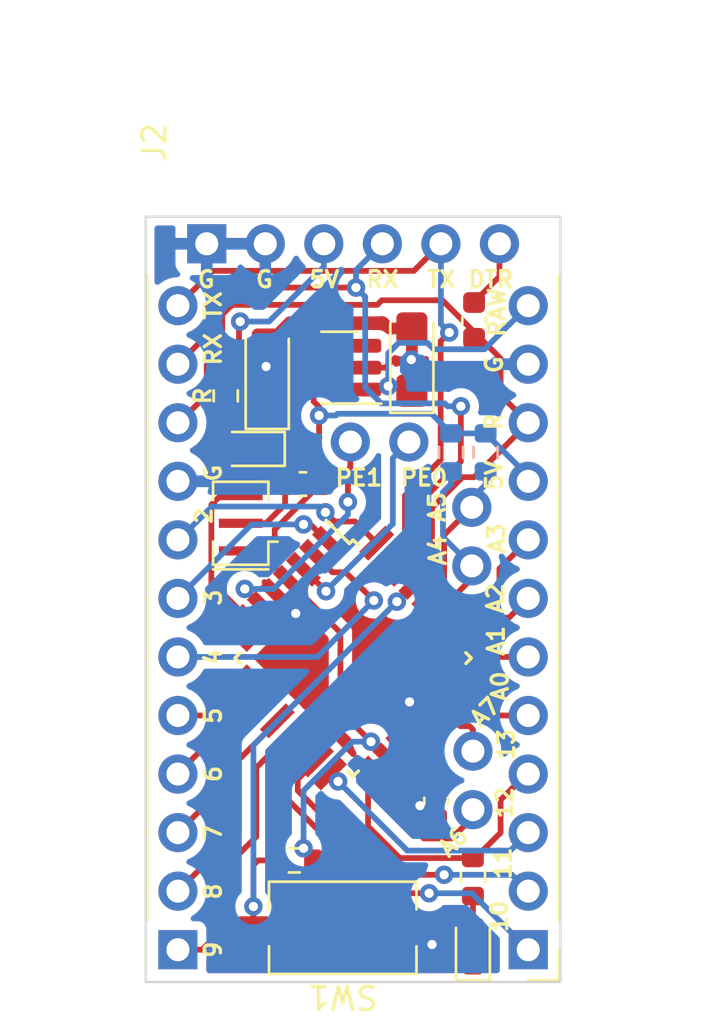
<source format=kicad_pcb>
(kicad_pcb (version 20211014) (generator pcbnew)
  (layers (0 "F.Cu" signal) (31 "B.Cu" signal) (34 "B.Paste" user) (35 "F.Paste" user) (36 "B.SilkS" user "B.Silkscreen") (37 "F.SilkS" user "F.Silkscreen") (38 "B.Mask" user) (39 "F.Mask" user) (44 "Edge.Cuts" user))
  (net 0 "")
  (net 1 "GNDD")
  (net 2 "Net-(C12-Pad2)")
  (net 3 "DTR")
  (net 4 "~{RESET}")
  (net 5 "RAW")
  (net 6 "+5VD")
  (net 7 "Net-(D10-Pad2)")
  (net 8 "Net-(D20-Pad2)")
  (net 9 "MISO")
  (net 10 "SCK")
  (net 11 "MOSI")
  (net 12 "TXD")
  (net 13 "RXD")
  (net 14 "D9")
  (net 15 "D8")
  (net 16 "D7")
  (net 17 "D6")
  (net 18 "D5")
  (net 19 "D4")
  (net 20 "D3")
  (net 21 "D2")
  (net 22 "D10")
  (net 23 "A0")
  (net 24 "A1")
  (net 25 "A2")
  (net 26 "A3")
  (net 27 "A4")
  (net 28 "A5")
  (net 29 "A6")
  (net 30 "A7")
  (net 31 "SDA1")
  (net 32 "SCL1")
  (net 33 "Net-(U1-Pad7)")
  (net 34 "Net-(U1-Pad8)")
  (footprint "Connector_PinHeader_2.54mm:PinHeader_1x06_P2.54mm_Horizontal" (layer "F.Cu") (at 173.25 93.625 90)
    (fp_text reference "J2" (at 4.385 -2.27 90) (layer "F.SilkS"))
    (fp_text value "Conn_01x06")
    (pad "1" thru_hole rect (at 0 0 90) (size 1.7 1.7) (drill 1) (layers *.Cu *.Mask) (net 1 "GNDD"))
    (pad "2" thru_hole oval (at 0 2.54 90) (size 1.7 1.7) (drill 1) (layers *.Cu *.Mask) (net 1 "GNDD"))
    (pad "3" thru_hole oval (at 0 5.08 90) (size 1.7 1.7) (drill 1) (layers *.Cu *.Mask) (net 6 "+5VD"))
    (pad "4" thru_hole oval (at 0 7.62 90) (size 1.7 1.7) (drill 1) (layers *.Cu *.Mask) (net 13 "RXD"))
    (pad "5" thru_hole oval (at 0 10.16 90) (size 1.7 1.7) (drill 1) (layers *.Cu *.Mask) (net 12 "TXD"))
    (pad "6" thru_hole oval (at 0 12.7 90) (size 1.7 1.7) (drill 1) (layers *.Cu *.Mask) (net 3 "DTR"))
  )
  (footprint "Resistor_SMD:R_0603_1608Metric" (layer "F.Cu") (at 177.05 120.375)
    (fp_text reference "R11" hide)
    (fp_text value "10K")
    (fp_line (start -0.237258 -0.5225) (end 0.237258 -0.5225) (layer "F.SilkS") (width 0.12))
    (fp_line (start -0.237258 0.5225) (end 0.237258 0.5225) (layer "F.SilkS") (width 0.12))
    (pad "1" smd roundrect (at -0.825 0) (size 0.8 0.95) (layers "F.Cu" "F.Paste" "F.Mask") (net 4 "~{RESET}"))
    (pad "2" smd roundrect (at 0.825 0) (size 0.8 0.95) (layers "F.Cu" "F.Paste" "F.Mask") (net 6 "+5VD"))
  )
  (footprint "Resistor_SMD:R_0603_1608Metric" (layer "F.Cu") (at 174.075 100.225 90)
    (fp_text reference "R20" hide)
    (fp_text value "10K")
    (fp_line (start -0.237258 -0.5225) (end 0.237258 -0.5225) (layer "F.SilkS") (width 0.12))
    (fp_line (start -0.237258 0.5225) (end 0.237258 0.5225) (layer "F.SilkS") (width 0.12))
    (pad "1" smd roundrect (at -0.825 0 90) (size 0.8 0.95) (layers "F.Cu" "F.Paste" "F.Mask") (net 8 "Net-(D20-Pad2)"))
    (pad "2" smd roundrect (at 0.825 0 90) (size 0.8 0.95) (layers "F.Cu" "F.Paste" "F.Mask") (net 6 "+5VD"))
  )
  (footprint "Connector_PinHeader_2.54mm:PinHeader_1x02_P2.54mm_Vertical" (layer "F.Cu") (at 184.75 107.6 180)
    (fp_text reference "J12" hide)
    (fp_text value "Conn_01x02_Female")
    (pad "1" thru_hole oval (at 0 0 180) (size 1.7 1.7) (drill 1) (layers *.Cu *.Mask) (net 27 "A4"))
    (pad "2" thru_hole oval (at 0 2.54 180) (size 1.7 1.7) (drill 1) (layers *.Cu *.Mask) (net 28 "A5"))
  )
  (footprint "Capacitor_SMD:C_0603_1608Metric" (layer "F.Cu") (at 183.2 117.8 90)
    (fp_text reference "C12" hide)
    (fp_text value "100nF")
    (fp_line (start -0.14058 0.51) (end 0.14058 0.51) (layer "F.SilkS") (width 0.12))
    (fp_line (start -0.14058 -0.51) (end 0.14058 -0.51) (layer "F.SilkS") (width 0.12))
    (pad "1" smd roundrect (at -0.775 0 90) (size 0.9 0.95) (layers "F.Cu" "F.Paste" "F.Mask") (net 1 "GNDD"))
    (pad "2" smd roundrect (at 0.775 0 90) (size 0.9 0.95) (layers "F.Cu" "F.Paste" "F.Mask") (net 2 "Net-(C12-Pad2)"))
  )
  (footprint "LED_SMD:LED_0603_1608Metric" (layer "F.Cu") (at 175.15 102.525 180)
    (fp_text reference "D20" hide)
    (fp_text value "RED_LED")
    (fp_line (start 0.8 -0.735) (end -1.485 -0.735) (layer "F.SilkS") (width 0.12))
    (fp_line (start -1.485 0.735) (end 0.8 0.735) (layer "F.SilkS") (width 0.12))
    (fp_line (start -1.485 -0.735) (end -1.485 0.735) (layer "F.SilkS") (width 0.12))
    (pad "1" smd roundrect (at -0.7875 0 180) (size 0.875 0.95) (layers "F.Cu" "F.Paste" "F.Mask") (net 1 "GNDD"))
    (pad "2" smd roundrect (at 0.7875 0 180) (size 0.875 0.95) (layers "F.Cu" "F.Paste" "F.Mask") (net 8 "Net-(D20-Pad2)"))
  )
  (footprint "Capacitor_Tantalum_SMD:CP_EIA-3216-18_Kemet-A" (layer "F.Cu") (at 175.875 99.35 90)
    (fp_text reference "C21" hide)
    (fp_text value "10uF")
    (fp_line (start 1.6 -0.935) (end -2.31 -0.935) (layer "F.SilkS") (width 0.12))
    (fp_line (start -2.31 -0.935) (end -2.31 0.935) (layer "F.SilkS") (width 0.12))
    (fp_line (start -2.31 0.935) (end 1.6 0.935) (layer "F.SilkS") (width 0.12))
    (pad "1" smd roundrect (at -1.35 0 90) (size 1.4 1.35) (layers "F.Cu" "F.Paste" "F.Mask") (roundrect_rratio 0.1851851852) (net 6 "+5VD"))
    (pad "2" smd roundrect (at 1.35 0 90) (size 1.4 1.35) (layers "F.Cu" "F.Paste" "F.Mask") (roundrect_rratio 0.1851851852) (net 1 "GNDD"))
  )
  (footprint "Resistor_SMD:R_0603_1608Metric" (layer "F.Cu") (at 184.8 121.1 90)
    (fp_text reference "R10" hide)
    (fp_text value "330R")
    (fp_line (start -0.237258 -0.5225) (end 0.237258 -0.5225) (layer "F.SilkS") (width 0.12))
    (fp_line (start -0.237258 0.5225) (end 0.237258 0.5225) (layer "F.SilkS") (width 0.12))
    (pad "1" smd roundrect (at -0.825 0 90) (size 0.8 0.95) (layers "F.Cu" "F.Paste" "F.Mask") (net 7 "Net-(D10-Pad2)"))
    (pad "2" smd roundrect (at 0.825 0 90) (size 0.8 0.95) (layers "F.Cu" "F.Paste" "F.Mask") (net 10 "SCK"))
  )
  (footprint "Connector_PinHeader_2.54mm:PinHeader_1x02_P2.54mm_Vertical" (layer "F.Cu") (at 182.02 102.225 -90)
    (fp_text reference "J14" hide)
    (fp_text value "Conn_01x02_Female")
    (pad "1" thru_hole oval (at 0 0 270) (size 1.7 1.7) (drill 1) (layers *.Cu *.Mask) (net 31 "SDA1"))
    (pad "2" thru_hole oval (at 0 2.54 270) (size 1.7 1.7) (drill 1) (layers *.Cu *.Mask) (net 32 "SCL1"))
  )
  (footprint "Crystal:Resonator_SMD_Murata_CSTxExxV-3Pin_3.0x1.1mm" (layer "F.Cu") (at 174.725 105.75 90)
    (fp_text reference "Y1" hide)
    (fp_text value "CSTNE16M0VH3L000R0")
    (fp_line (start -1.8 0.8) (end -1.8 -1.2) (layer "F.SilkS") (width 0.12))
    (fp_line (start -1.8 0.8) (end -1.8 1.2) (layer "F.SilkS") (width 0.12))
    (fp_line (start 1.8 -1.2) (end 1.8 0.8) (layer "F.SilkS") (width 0.12))
    (fp_line (start 1 -1.2) (end 1.8 -1.2) (layer "F.SilkS") (width 0.12))
    (fp_line (start -2 -1.2) (end -2 0.8) (layer "F.SilkS") (width 0.12))
    (fp_line (start -1.8 -1.2) (end -0.8 -1.2) (layer "F.SilkS") (width 0.12))
    (fp_line (start 1.8 0.8) (end 1.8 1.2) (layer "F.SilkS") (width 0.12))
    (fp_line (start 1.8 1.2) (end 1 1.2) (layer "F.SilkS") (width 0.12))
    (fp_line (start -2 0.8) (end -2 1.2) (layer "F.SilkS") (width 0.12))
    (fp_line (start -0.8 1.2) (end -0.8 1.6) (layer "F.SilkS") (width 0.12))
    (fp_line (start -0.8 1.2) (end -1.8 1.2) (layer "F.SilkS") (width 0.12))
    (pad "1" smd rect (at -1.2 0 90) (size 0.4 1.9) (layers "F.Cu" "F.Paste" "F.Mask") (net 33 "Net-(U1-Pad7)"))
    (pad "2" smd rect (at 0 0 90) (size 0.4 1.9) (layers "F.Cu" "F.Paste" "F.Mask") (net 1 "GNDD"))
    (pad "3" smd rect (at 1.2 0 90) (size 0.4 1.9) (layers "F.Cu" "F.Paste" "F.Mask") (net 34 "Net-(U1-Pad8)"))
  )
  (footprint "Capacitor_SMD:C_0603_1608Metric" (layer "F.Cu") (at 177.425 104.05)
    (fp_text reference "C10" hide)
    (fp_text value "100nF")
    (fp_line (start -0.14058 -0.51) (end 0.14058 -0.51) (layer "F.SilkS") (width 0.12))
    (fp_line (start -0.14058 0.51) (end 0.14058 0.51) (layer "F.SilkS") (width 0.12))
    (pad "1" smd roundrect (at -0.775 0) (size 0.9 0.95) (layers "F.Cu" "F.Paste" "F.Mask") (net 1 "GNDD"))
    (pad "2" smd roundrect (at 0.775 0) (size 0.9 0.95) (layers "F.Cu" "F.Paste" "F.Mask") (net 6 "+5VD"))
  )
  (footprint "Capacitor_SMD:C_0603_1608Metric" (layer "F.Cu") (at 184.85 96.95 -90)
    (fp_text reference "C13" hide)
    (fp_text value "100nF")
    (fp_line (start -0.14058 -0.51) (end 0.14058 -0.51) (layer "F.SilkS") (width 0.12))
    (fp_line (start -0.14058 0.51) (end 0.14058 0.51) (layer "F.SilkS") (width 0.12))
    (pad "1" smd roundrect (at -0.775 0 270) (size 0.9 0.95) (layers "F.Cu" "F.Paste" "F.Mask") (net 3 "DTR"))
    (pad "2" smd roundrect (at 0.775 0 270) (size 0.9 0.95) (layers "F.Cu" "F.Paste" "F.Mask") (net 4 "~{RESET}"))
  )
  (footprint "Connector_PinHeader_2.54mm:PinHeader_1x02_P2.54mm_Vertical" (layer "F.Cu") (at 184.8 118.175 180)
    (fp_text reference "J13" hide)
    (fp_text value "Conn_01x02_Female")
    (pad "1" thru_hole oval (at 0 0 180) (size 1.7 1.7) (drill 1) (layers *.Cu *.Mask) (net 29 "A6"))
    (pad "2" thru_hole oval (at 0 2.54 180) (size 1.7 1.7) (drill 1) (layers *.Cu *.Mask) (net 30 "A7"))
  )
  (footprint "Package_TO_SOT_SMD:SOT-23-5" (layer "F.Cu") (at 179.025 99 180)
    (fp_text reference "U20" hide)
    (fp_text value "MIC5205-5.0YM5")
    (fp_line (start 0 -1.56) (end -1.8 -1.56) (layer "F.SilkS") (width 0.12))
    (fp_line (start 0 1.56) (end 0.8 1.56) (layer "F.SilkS") (width 0.12))
    (fp_line (start 0 1.56) (end -0.8 1.56) (layer "F.SilkS") (width 0.12))
    (fp_line (start 0 -1.56) (end 0.8 -1.56) (layer "F.SilkS") (width 0.12))
    (pad "1" smd roundrect (at -1.1375 -0.95 180) (size 1.325 0.6) (layers "F.Cu" "F.Paste" "F.Mask") (net 5 "RAW"))
    (pad "2" smd roundrect (at -1.1375 0 180) (size 1.325 0.6) (layers "F.Cu" "F.Paste" "F.Mask") (net 1 "GNDD"))
    (pad "3" smd roundrect (at -1.1375 0.95 180) (size 1.325 0.6) (layers "F.Cu" "F.Paste" "F.Mask") (net 5 "RAW"))
    (pad "4" smd roundrect (at 1.1375 0.95 180) (size 1.325 0.6) (layers "F.Cu" "F.Paste" "F.Mask"))
    (pad "5" smd roundrect (at 1.1375 -0.95 180) (size 1.325 0.6) (layers "F.Cu" "F.Paste" "F.Mask") (net 6 "+5VD"))
  )
  (footprint "LED_SMD:LED_0603_1608Metric" (layer "F.Cu") (at 184.8 124.1 90)
    (fp_text reference "D10" hide)
    (fp_text value "GRN_LED")
    (fp_line (start 0.8 -0.735) (end -1.485 -0.735) (layer "F.SilkS") (width 0.12))
    (fp_line (start -1.485 0.735) (end 0.8 0.735) (layer "F.SilkS") (width 0.12))
    (fp_line (start -1.485 -0.735) (end -1.485 0.735) (layer "F.SilkS") (width 0.12))
    (pad "1" smd roundrect (at -0.7875 0 90) (size 0.875 0.95) (layers "F.Cu" "F.Paste" "F.Mask") (net 1 "GNDD"))
    (pad "2" smd roundrect (at 0.7875 0 90) (size 0.875 0.95) (layers "F.Cu" "F.Paste" "F.Mask") (net 7 "Net-(D10-Pad2)"))
  )
  (footprint "Connector_PinHeader_2.54mm:PinHeader_1x12_P2.54mm_Vertical" (layer "F.Cu") (at 172 124.25 180)
    (fp_text reference "J10" hide)
    (fp_text value "Conn_01x12_Female")
    (fp_line (start 1.33 1.27) (end 1.33 29.27) (layer "F.SilkS") (width 0.12))
    (pad "1" thru_hole rect (at 0 0 180) (size 1.7 1.7) (drill 1) (layers *.Cu *.Mask) (net 14 "D9"))
    (pad "2" thru_hole oval (at 0 2.54 180) (size 1.7 1.7) (drill 1) (layers *.Cu *.Mask) (net 15 "D8"))
    (pad "3" thru_hole oval (at 0 5.08 180) (size 1.7 1.7) (drill 1) (layers *.Cu *.Mask) (net 16 "D7"))
    (pad "4" thru_hole oval (at 0 7.62 180) (size 1.7 1.7) (drill 1) (layers *.Cu *.Mask) (net 17 "D6"))
    (pad "5" thru_hole oval (at 0 10.16 180) (size 1.7 1.7) (drill 1) (layers *.Cu *.Mask) (net 18 "D5"))
    (pad "6" thru_hole oval (at 0 12.7 180) (size 1.7 1.7) (drill 1) (layers *.Cu *.Mask) (net 19 "D4"))
    (pad "7" thru_hole oval (at 0 15.24 180) (size 1.7 1.7) (drill 1) (layers *.Cu *.Mask) (net 20 "D3"))
    (pad "8" thru_hole oval (at 0 17.78 180) (size 1.7 1.7) (drill 1) (layers *.Cu *.Mask) (net 21 "D2"))
    (pad "9" thru_hole oval (at 0 20.32 180) (size 1.7 1.7) (drill 1) (layers *.Cu *.Mask) (net 1 "GNDD"))
    (pad "10" thru_hole oval (at 0 22.86 180) (size 1.7 1.7) (drill 1) (layers *.Cu *.Mask) (net 4 "~{RESET}"))
    (pad "11" thru_hole oval (at 0 25.4 180) (size 1.7 1.7) (drill 1) (layers *.Cu *.Mask) (net 13 "RXD"))
    (pad "12" thru_hole oval (at 0 27.94 180) (size 1.7 1.7) (drill 1) (layers *.Cu *.Mask) (net 12 "TXD"))
  )
  (footprint "Package_QFP:TQFP-32_7x7mm_P0.8mm" (layer "F.Cu") (at 179.6 111.6 -45)
    (fp_text reference "U1" hide)
    (fp_text value "ATMEGA328PB-AU")
    (fp_line (start -3.625 3.625) (end -3.625 3.3) (layer "F.SilkS") (width 0.15))
    (fp_line (start -3.625 -3.625) (end -3.3 -3.625) (layer "F.SilkS") (width 0.15))
    (fp_line (start -3.625 3.625) (end -3.3 3.625) (layer "F.SilkS") (width 0.15))
    (fp_line (start -3.625 -3.625) (end -3.625 -3.4) (layer "F.SilkS") (width 0.15))
    (fp_line (start 3.625 3.625) (end 3.3 3.625) (layer "F.SilkS") (width 0.15))
    (fp_line (start 3.625 -3.625) (end 3.625 -3.3) (layer "F.SilkS") (width 0.15))
    (fp_line (start -3.625 -3.4) (end -5.05 -3.4) (layer "F.SilkS") (width 0.15))
    (fp_line (start 3.625 3.625) (end 3.625 3.3) (layer "F.SilkS") (width 0.15))
    (fp_line (start 3.625 -3.625) (end 3.3 -3.625) (layer "F.SilkS") (width 0.15))
    (pad "1" smd rect (at -4.25 -2.8 315) (size 1.6 0.55) (layers "F.Cu" "F.Paste" "F.Mask") (net 20 "D3"))
    (pad "2" smd rect (at -4.25 -2 315) (size 1.6 0.55) (layers "F.Cu" "F.Paste" "F.Mask") (net 19 "D4"))
    (pad "3" smd rect (at -4.25 -1.2 315) (size 1.6 0.55) (layers "F.Cu" "F.Paste" "F.Mask") (net 31 "SDA1"))
    (pad "4" smd rect (at -4.25 -0.4 315) (size 1.6 0.55) (layers "F.Cu" "F.Paste" "F.Mask") (net 6 "+5VD"))
    (pad "5" smd rect (at -4.25 0.4 315) (size 1.6 0.55) (layers "F.Cu" "F.Paste" "F.Mask") (net 1 "GNDD"))
    (pad "6" smd rect (at -4.25 1.2 315) (size 1.6 0.55) (layers "F.Cu" "F.Paste" "F.Mask") (net 32 "SCL1"))
    (pad "7" smd rect (at -4.25 2 315) (size 1.6 0.55) (layers "F.Cu" "F.Paste" "F.Mask") (net 33 "Net-(U1-Pad7)"))
    (pad "8" smd rect (at -4.25 2.8 315) (size 1.6 0.55) (layers "F.Cu" "F.Paste" "F.Mask") (net 34 "Net-(U1-Pad8)"))
    (pad "9" smd rect (at -2.8 4.25 45) (size 1.6 0.55) (layers "F.Cu" "F.Paste" "F.Mask") (net 18 "D5"))
    (pad "10" smd rect (at -2 4.25 45) (size 1.6 0.55) (layers "F.Cu" "F.Paste" "F.Mask") (net 17 "D6"))
    (pad "11" smd rect (at -1.2 4.25 45) (size 1.6 0.55) (layers "F.Cu" "F.Paste" "F.Mask") (net 16 "D7"))
    (pad "12" smd rect (at -0.4 4.25 45) (size 1.6 0.55) (layers "F.Cu" "F.Paste" "F.Mask") (net 15 "D8"))
    (pad "13" smd rect (at 0.4 4.25 45) (size 1.6 0.55) (layers "F.Cu" "F.Paste" "F.Mask") (net 14 "D9"))
    (pad "14" smd rect (at 1.2 4.25 45) (size 1.6 0.55) (layers "F.Cu" "F.Paste" "F.Mask") (net 22 "D10"))
    (pad "15" smd rect (at 2 4.25 45) (size 1.6 0.55) (layers "F.Cu" "F.Paste" "F.Mask") (net 11 "MOSI"))
    (pad "16" smd rect (at 2.8 4.25 45) (size 1.6 0.55) (layers "F.Cu" "F.Paste" "F.Mask") (net 9 "MISO"))
    (pad "17" smd rect (at 4.25 2.8 315) (size 1.6 0.55) (layers "F.Cu" "F.Paste" "F.Mask") (net 10 "SCK"))
    (pad "18" smd rect (at 4.25 2 315) (size 1.6 0.55) (layers "F.Cu" "F.Paste" "F.Mask") (net 6 "+5VD"))
    (pad "19" smd rect (at 4.25 1.2 315) (size 1.6 0.55) (layers "F.Cu" "F.Paste" "F.Mask") (net 29 "A6"))
    (pad "20" smd rect (at 4.25 0.4 315) (size 1.6 0.55) (layers "F.Cu" "F.Paste" "F.Mask") (net 2 "Net-(C12-Pad2)"))
    (pad "21" smd rect (at 4.25 -0.4 315) (size 1.6 0.55) (layers "F.Cu" "F.Paste" "F.Mask") (net 1 "GNDD"))
    (pad "22" smd rect (at 4.25 -1.2 315) (size 1.6 0.55) (layers "F.Cu" "F.Paste" "F.Mask") (net 30 "A7"))
    (pad "23" smd rect (at 4.25 -2 315) (size 1.6 0.55) (layers "F.Cu" "F.Paste" "F.Mask") (net 23 "A0"))
    (pad "24" smd rect (at 4.25 -2.8 315) (size 1.6 0.55) (layers "F.Cu" "F.Paste" "F.Mask") (net 24 "A1"))
    (pad "25" smd rect (at 2.8 -4.25 45) (size 1.6 0.55) (layers "F.Cu" "F.Paste" "F.Mask") (net 25 "A2"))
    (pad "26" smd rect (at 2 -4.25 45) (size 1.6 0.55) (layers "F.Cu" "F.Paste" "F.Mask") (net 26 "A3"))
    (pad "27" smd rect (at 1.2 -4.25 45) (size 1.6 0.55) (layers "F.Cu" "F.Paste" "F.Mask") (net 27 "A4"))
    (pad "28" smd rect (at 0.4 -4.25 45) (size 1.6 0.55) (layers "F.Cu" "F.Paste" "F.Mask") (net 28 "A5"))
    (pad "29" smd rect (at -0.4 -4.25 45) (size 1.6 0.55) (layers "F.Cu" "F.Paste" "F.Mask") (net 4 "~{RESET}"))
    (pad "30" smd rect (at -1.2 -4.25 45) (size 1.6 0.55) (layers "F.Cu" "F.Paste" "F.Mask") (net 13 "RXD"))
    (pad "31" smd rect (at -2 -4.25 45) (size 1.6 0.55) (layers "F.Cu" "F.Paste" "F.Mask") (net 12 "TXD"))
    (pad "32" smd rect (at -2.8 -4.25 45) (size 1.6 0.55) (layers "F.Cu" "F.Paste" "F.Mask") (net 21 "D2"))
  )
  (footprint "Button_Switch_SMD:SW_Tactile_SPST_NO_Straight_CK_PTS636Sx25SMTRLFS" (layer "F.Cu") (at 179.15 123.3 180)
    (fp_text reference "SW1" (at 0 -3 180 unlocked) (layer "F.SilkS"))
    (fp_text value "SW_SPST")
    (fp_line (start -3.2 2) (end 3.2 2) (layer "F.SilkS") (width 0.12))
    (fp_line (start -3.2 -2) (end -3.2 -0.8) (layer "F.SilkS") (width 0.12))
    (fp_line (start 3.2 2) (end 3.2 0.8) (layer "F.SilkS") (width 0.12))
    (fp_line (start -3.2 0.8) (end -3.2 2) (layer "F.SilkS") (width 0.12))
    (fp_line (start 3.2 -2) (end -3.2 -2) (layer "F.SilkS") (width 0.12))
    (fp_line (start 3.2 -0.8) (end 3.2 -2) (layer "F.SilkS") (width 0.12))
    (pad "1" smd rect (at -3.875 0 180) (size 1.25 1) (layers "F.Cu" "F.Paste" "F.Mask") (net 1 "GNDD"))
    (pad "2" smd rect (at 3.875 0 180) (size 1.25 1) (layers "F.Cu" "F.Paste" "F.Mask") (net 4 "~{RESET}"))
  )
  (footprint "Connector_PinHeader_2.54mm:PinHeader_1x12_P2.54mm_Vertical" (layer "F.Cu") (at 187.2 124.25 180)
    (fp_text reference "J11" hide)
    (fp_text value "Conn_01x12_Female")
    (fp_line (start -1.33 0) (end -1.33 -1.33) (layer "F.SilkS") (width 0.12))
    (fp_line (start -1.33 -1.33) (end 0 -1.33) (layer "F.SilkS") (width 0.12))
    (fp_line (start -1.33 1.27) (end -1.33 29.27) (layer "F.SilkS") (width 0.12))
    (pad "1" thru_hole rect (at 0 0 180) (size 1.7 1.7) (drill 1) (layers *.Cu *.Mask) (net 22 "D10"))
    (pad "2" thru_hole oval (at 0 2.54 180) (size 1.7 1.7) (drill 1) (layers *.Cu *.Mask) (net 11 "MOSI"))
    (pad "3" thru_hole oval (at 0 5.08 180) (size 1.7 1.7) (drill 1) (layers *.Cu *.Mask) (net 9 "MISO"))
    (pad "4" thru_hole oval (at 0 7.62 180) (size 1.7 1.7) (drill 1) (layers *.Cu *.Mask) (net 10 "SCK"))
    (pad "5" thru_hole oval (at 0 10.16 180) (size 1.7 1.7) (drill 1) (layers *.Cu *.Mask) (net 23 "A0"))
    (pad "6" thru_hole oval (at 0 12.7 180) (size 1.7 1.7) (drill 1) (layers *.Cu *.Mask) (net 24 "A1"))
    (pad "7" thru_hole oval (at 0 15.24 180) (size 1.7 1.7) (drill 1) (layers *.Cu *.Mask) (net 25 "A2"))
    (pad "8" thru_hole oval (at 0 17.78 180) (size 1.7 1.7) (drill 1) (layers *.Cu *.Mask) (net 26 "A3"))
    (pad "9" thru_hole oval (at 0 20.32 180) (size 1.7 1.7) (drill 1) (layers *.Cu *.Mask) (net 6 "+5VD"))
    (pad "10" thru_hole oval (at 0 22.86 180) (size 1.7 1.7) (drill 1) (layers *.Cu *.Mask) (net 4 "~{RESET}"))
    (pad "11" thru_hole oval (at 0 25.4 180) (size 1.7 1.7) (drill 1) (layers *.Cu *.Mask) (net 1 "GNDD"))
    (pad "12" thru_hole oval (at 0 27.94 180) (size 1.7 1.7) (drill 1) (layers *.Cu *.Mask) (net 5 "RAW"))
  )
  (footprint "Capacitor_Tantalum_SMD:CP_EIA-3216-18_Kemet-A" (layer "F.Cu") (at 182.15 98.65 90)
    (fp_text reference "C20" hide)
    (fp_text value "10uF")
    (fp_line (start -2.31 0.935) (end 1.6 0.935) (layer "F.SilkS") (width 0.12))
    (fp_line (start 1.6 -0.935) (end -2.31 -0.935) (layer "F.SilkS") (width 0.12))
    (fp_line (start -2.31 -0.935) (end -2.31 0.935) (layer "F.SilkS") (width 0.12))
    (pad "1" smd roundrect (at -1.35 0 90) (size 1.4 1.35) (layers "F.Cu" "F.Paste" "F.Mask") (roundrect_rratio 0.1851851852) (net 5 "RAW"))
    (pad "2" smd roundrect (at 1.35 0 90) (size 1.4 1.35) (layers "F.Cu" "F.Paste" "F.Mask") (roundrect_rratio 0.1851851852) (net 1 "GNDD"))
  )
  (footprint "Resistor_SMD:R_0603_1608Metric" (layer "B.Cu") (at 185.35 102.675 90)
    (fp_text reference "R13" hide)
    (fp_text value "NM")
    (fp_line (start -0.237258 -0.5225) (end 0.237258 -0.5225) (layer "B.SilkS") (width 0.12))
    (fp_line (start -0.237258 0.5225) (end 0.237258 0.5225) (layer "B.SilkS") (width 0.12))
    (pad "1" smd roundrect (at -0.825 0 90) (size 0.8 0.95) (layers "B.Cu" "B.Paste" "B.Mask") (net 28 "A5"))
    (pad "2" smd roundrect (at 0.825 0 90) (size 0.8 0.95) (layers "B.Cu" "B.Paste" "B.Mask") (net 6 "+5VD"))
  )
  (footprint "Resistor_SMD:R_0603_1608Metric" (layer "B.Cu") (at 183.85 102.675 90)
    (fp_text reference "R12" hide)
    (fp_text value "NM")
    (fp_line (start -0.237258 0.5225) (end 0.237258 0.5225) (layer "B.SilkS") (width 0.12))
    (fp_line (start -0.237258 -0.5225) (end 0.237258 -0.5225) (layer "B.SilkS") (width 0.12))
    (pad "1" smd roundrect (at -0.825 0 90) (size 0.8 0.95) (layers "B.Cu" "B.Paste" "B.Mask") (net 27 "A4"))
    (pad "2" smd roundrect (at 0.825 0 90) (size 0.8 0.95) (layers "B.Cu" "B.Paste" "B.Mask") (net 6 "+5VD"))
  )
  (gr_rect (start 170.6 92.45) (end 188.6 125.65) (layer "Edge.Cuts") (width 0.1) (fill none))
  (gr_text "TX" (at 183.425 95.175) (layer "F.SilkS") (effects (font (size 0.7 0.7))))
  (gr_text "TX" (at 173.525 96.3 90) (layer "F.SilkS") (effects (font (size 0.7 0.7))))
  (gr_text "9" (at 173.525 124.25 90) (layer "F.SilkS") (effects (font (size 0.7 0.7))))
  (gr_text "10" (at 185.95 122.8 90) (layer "F.SilkS") (effects (font (size 0.7 0.7))))
  (gr_text "A1" (at 185.8 110.85 90) (layer "F.SilkS") (effects (font (size 0.7 0.7))))
  (gr_text "13" (at 186.25 115.35 90) (layer "F.SilkS") (effects (font (size 0.7 0.7))))
  (gr_text "A6" (at 183.95 119.575 45) (layer "F.SilkS") (effects (font (size 0.7 0.7))))
  (gr_text "PE0" (at 182.675 103.775) (layer "F.SilkS") (effects (font (size 0.7 0.7))))
  (gr_text "A3" (at 185.825 106.4 90) (layer "F.SilkS") (effects (font (size 0.7 0.7))))
  (gr_text "G" (at 185.725 98.875 90) (layer "F.SilkS") (effects (font (size 0.7 0.7))))
  (gr_text "A0" (at 185.975 112.825 90) (layer "F.SilkS") (effects (font (size 0.7 0.7))))
  (gr_text "RX" (at 180.875 95.175) (layer "F.SilkS") (effects (font (size 0.7 0.7))))
  (gr_text "5" (at 173.525 114.1 90) (layer "F.SilkS") (effects (font (size 0.7 0.7))))
  (gr_text "PE1" (at 179.85 103.775) (layer "F.SilkS") (effects (font (size 0.7 0.7))))
  (gr_text "5V" (at 178.35 95.175) (layer "F.SilkS") (effects (font (size 0.7 0.7))))
  (gr_text "G" (at 175.75 95.175) (layer "F.SilkS") (effects (font (size 0.7 0.7))))
  (gr_text "A2" (at 185.775 109 90) (layer "F.SilkS") (effects (font (size 0.7 0.7))))
  (gr_text "G" (at 173.525 103.575 90) (layer "F.SilkS") (effects (font (size 0.7 0.7))))
  (gr_text "2" (at 173.125 105.425 90) (layer "F.SilkS") (effects (font (size 0.7 0.7))))
  (gr_text "7" (at 173.525 119.175 90) (layer "F.SilkS") (effects (font (size 0.7 0.7))))
  (gr_text "3" (at 173.525 108.975 90) (layer "F.SilkS") (effects (font (size 0.7 0.7))))
  (gr_text "6" (at 173.525 116.625 90) (layer "F.SilkS") (effects (font (size 0.7 0.7))))
  (gr_text "R" (at 173.075 100.225 90) (layer "F.SilkS") (effects (font (size 0.7 0.7))))
  (gr_text "5V" (at 185.725 103.675 90) (layer "F.SilkS") (effects (font (size 0.7 0.7))))
  (gr_text "12" (at 186.175 117.875 90) (layer "F.SilkS") (effects (font (size 0.7 0.7))))
  (gr_text "R" (at 185.7 101.35 90) (layer "F.SilkS") (effects (font (size 0.7 0.7))))
  (gr_text "11" (at 186.1 120.5 90) (layer "F.SilkS") (effects (font (size 0.7 0.7))))
  (gr_text "8" (at 173.525 121.725 90) (layer "F.SilkS") (effects (font (size 0.7 0.7))))
  (gr_text "RAW" (at 185.85 96.6 90) (layer "F.SilkS") (effects (font (size 0.7 0.7))))
  (gr_text "4" (at 173.525 111.55 90) (layer "F.SilkS") (effects (font (size 0.7 0.7))))
  (gr_text "G" (at 173.225 95.175) (layer "F.SilkS") (effects (font (size 0.7 0.7))))
  (gr_text "A7" (at 185.325 113.95 45) (layer "F.SilkS") (effects (font (size 0.7 0.7))))
  (gr_text "A5" (at 183.25 105.05 90) (layer "F.SilkS") (effects (font (size 0.7 0.7))))
  (gr_text "DTR" (at 185.575 95.175) (layer "F.SilkS") (effects (font (size 0.7 0.7))))
  (gr_text "RX" (at 173.525 98.2 90) (layer "F.SilkS") (effects (font (size 0.7 0.7))))
  (gr_text "A4" (at 183.275 106.925 90) (layer "F.SilkS") (effects (font (size 0.7 0.7))))
  (segment (start 182.888047 114.322361) (end 182.872361 114.322361) (width 0.25) (layer "F.Cu") (net 1))
  (segment (start 175.675 103.7) (end 176.025 104.05) (width 0.5) (layer "F.Cu") (net 1))
  (segment (start 176.85 97.025) (end 180.9 97.025) (width 0.5) (layer "F.Cu") (net 1))
  (segment (start 173.55 103.7) (end 175.675 103.7) (width 0.5) (layer "F.Cu") (net 1))
  (segment (start 182.5 118) (end 182.975 118.475) (width 0.25) (layer "F.Cu") (net 1))
  (segment (start 182.872361 114.322361) (end 182.05 113.5) (width 0.25) (layer "F.Cu") (net 1))
  (segment (start 180.9 97.025) (end 181.175 97.3) (width 0.5) (layer "F.Cu") (net 1))
  (segment (start 176.65 104.925) (end 175.825 105.75) (width 0.25) (layer "F.Cu") (net 1))
  (segment (start 175.9625 102.55) (end 176.65 103.2375) (width 0.25) (layer "F.Cu") (net 1))
  (segment (start 180.1625 99) (end 181 99) (width 0.25) (layer "F.Cu") (net 1))
  (segment (start 176.327639 108.877639) (end 176.311953 108.877639) (width 0.25) (layer "F.Cu") (net 1))
  (segment (start 182.125 97.325) (end 182.15 97.3) (width 0.25) (layer "F.Cu") (net 1))
  (segment (start 177.1125 109.6625) (end 176.327639 108.877639) (width 0.25) (layer "F.Cu") (net 1))
  (segment (start 176.025 104.05) (end 176.65 104.05) (width 0.5) (layer "F.Cu") (net 1))
  (segment (start 181.35 98.65) (end 182.125 98.65) (width 0.25) (layer "F.Cu") (net 1))
  (segment (start 175.825 105.75) (end 174.6 105.75) (width 0.25) (layer "F.Cu") (net 1))
  (segment (start 183.025 124.025) (end 183.025 123.3) (width 0.25) (layer "F.Cu") (net 1))
  (segment (start 182.975 118.475) (end 183.2 118.475) (width 0.25) (layer "F.Cu") (net 1))
  (segment (start 182.125 98.65) (end 182.125 97.325) (width 0.25) (layer "F.Cu") (net 1))
  (segment (start 175.875 98) (end 176.85 97.025) (width 0.5) (layer "F.Cu") (net 1))
  (segment (start 181.175 97.3) (end 182.15 97.3) (width 0.5) (layer "F.Cu") (net 1))
  (segment (start 181 99) (end 181.35 98.65) (width 0.25) (layer "F.Cu") (net 1))
  (segment (start 173.32 103.93) (end 173.55 103.7) (width 0.5) (layer "F.Cu") (net 1))
  (segment (start 172 103.93) (end 173.32 103.93) (width 0.5) (layer "F.Cu") (net 1))
  (segment (start 176.65 103.2375) (end 176.65 104.925) (width 0.25) (layer "F.Cu") (net 1))
  (via (at 182.125 98.65) (size 0.8) (drill 0.4) (layers "F.Cu" "B.Cu") (net 1))
  (via (at 175.825 98.95) (size 0.8) (drill 0.4) (layers "F.Cu" "B.Cu") (net 1))
  (via (at 177.1125 109.6625) (size 0.8) (drill 0.4) (layers "F.Cu" "B.Cu") (net 1))
  (via (at 182.5 118) (size 0.8) (drill 0.4) (layers "F.Cu" "B.Cu") (net 1))
  (via (at 182.05 113.5) (size 0.8) (drill 0.4) (layers "F.Cu" "B.Cu") (net 1))
  (via (at 183.025 124.025) (size 0.8) (drill 0.4) (layers "F.Cu" "B.Cu") (net 1))
  (segment (start 183.2 115.75) (end 183.2 116.925) (width 0.25) (layer "F.Cu") (net 2))
  (segment (start 182.338047 114.888047) (end 183.2 115.75) (width 0.25) (layer "F.Cu") (net 2))
  (segment (start 182.322361 114.888047) (end 182.338047 114.888047) (width 0.25) (layer "F.Cu") (net 2))
  (segment (start 184.85 96.15) (end 185.95 95.05) (width 0.25) (layer "F.Cu") (net 3))
  (segment (start 185.95 95.05) (end 185.95 93.625) (width 0.25) (layer "F.Cu") (net 3))
  (segment (start 184.85 96.175) (end 184.85 96.15) (width 0.25) (layer "F.Cu") (net 3))
  (segment (start 186 100.19) (end 187.2 101.39) (width 0.25) (layer "F.Cu") (net 4))
  (segment (start 175.275 122.375) (end 175.275 120.575) (width 0.25) (layer "F.Cu") (net 4))
  (segment (start 180.65 96.275) (end 180.85 96.075) (width 0.25) (layer "F.Cu") (net 4))
  (segment (start 180.85 96.075) (end 183.475 96.075) (width 0.25) (layer "F.Cu") (net 4))
  (segment (start 173.25 100.175) (end 173.25 98.9) (width 0.25) (layer "F.Cu") (net 4))
  (segment (start 173.25 98.9) (end 173.925 98.225) (width 0.25) (layer "F.Cu") (net 4))
  (segment (start 173.925 96.7) (end 174.35 96.275) (width 0.25) (layer "F.Cu") (net 4))
  (segment (start 186 98.6) (end 186 100.19) (width 0.25) (layer "F.Cu") (net 4))
  (segment (start 184.85 103.75) (end 187.2 101.4) (width 0.25) (layer "F.Cu") (net 4))
  (segment (start 182.322361 108.311953) (end 182.322361 108.327639) (width 0.25) (layer "F.Cu") (net 4))
  (segment (start 175.275 122.375) (end 175.275 123.3) (width 0.25) (layer "F.Cu") (net 4))
  (segment (start 187.2 101.4) (end 187.2 101.39) (width 0.25) (layer "F.Cu") (net 4))
  (segment (start 182.322361 108.311953) (end 182.322361 108.252639) (width 0.25) (layer "F.Cu") (net 4))
  (segment (start 172.035 101.39) (end 173.25 100.175) (width 0.25) (layer "F.Cu") (net 4))
  (segment (start 183.025 105.075) (end 184.35 103.75) (width 0.25) (layer "F.Cu") (net 4))
  (segment (start 182.322361 108.327639) (end 181.5 109.15) (width 0.25) (layer "F.Cu") (net 4))
  (segment (start 173.925 98.225) (end 173.925 96.7) (width 0.25) (layer "F.Cu") (net 4))
  (segment (start 184.35 103.75) (end 184.85 103.75) (width 0.25) (layer "F.Cu") (net 4))
  (segment (start 172 101.39) (end 172.035 101.39) (width 0.25) (layer "F.Cu") (net 4))
  (segment (start 175.275 120.575) (end 175.475 120.375) (width 0.25) (layer "F.Cu") (net 4))
  (segment (start 174.35 96.275) (end 180.65 96.275) (width 0.25) (layer "F.Cu") (net 4))
  (segment (start 183.475 96.075) (end 186 98.6) (width 0.25) (layer "F.Cu") (net 4))
  (segment (start 182.322361 108.252639) (end 183.025 107.55) (width 0.25) (layer "F.Cu") (net 4))
  (segment (start 175.475 120.375) (end 176.225 120.375) (width 0.25) (layer "F.Cu") (net 4))
  (segment (start 183.025 107.55) (end 183.025 105.075) (width 0.25) (layer "F.Cu") (net 4))
  (via (at 181.5 109.15) (size 0.8) (drill 0.4) (layers "F.Cu" "B.Cu") (net 4))
  (via (at 175.275 122.375) (size 0.8) (drill 0.4) (layers "F.Cu" "B.Cu") (net 4))
  (segment (start 175.275 115.375) (end 181.5 109.15) (width 0.25) (layer "B.Cu") (net 4))
  (segment (start 175.275 122.375) (end 175.275 115.375) (width 0.25) (layer "B.Cu") (net 4))
  (segment (start 180.1625 98.05) (end 179.35 98.05) (width 0.25) (layer "F.Cu") (net 5))
  (segment (start 179.175 99.725) (end 179.4 99.95) (width 0.25) (layer "F.Cu") (net 5))
  (segment (start 179.4 99.95) (end 180.1625 99.95) (width 0.25) (layer "F.Cu") (net 5))
  (segment (start 181.125 99.8) (end 181.95 99.8) (width 0.25) (layer "F.Cu") (net 5))
  (segment (start 180.975 99.95) (end 180.1625 99.95) (width 0.25) (layer "F.Cu") (net 5))
  (segment (start 179.35 98.05) (end 179.175 98.225) (width 0.25) (layer "F.Cu") (net 5))
  (segment (start 179.175 98.225) (end 179.175 99.725) (width 0.25) (layer "F.Cu") (net 5))
  (segment (start 181.95 99.8) (end 182.15 100) (width 0.25) (layer "F.Cu") (net 5))
  (segment (start 181.125 99.8) (end 180.975 99.95) (width 0.25) (layer "F.Cu") (net 5))
  (via (at 181.125 99.8) (size 0.8) (drill 0.4) (layers "F.Cu" "B.Cu") (net 5))
  (segment (start 185.3 98.2) (end 183.1 98.2) (width 0.25) (layer "B.Cu") (net 5))
  (segment (start 186.375 97.125) (end 185.3 98.2) (width 0.25) (layer "B.Cu") (net 5))
  (segment (start 187.2 96.31) (end 186.385 97.125) (width 0.25) (layer "B.Cu") (net 5))
  (segment (start 181.125 98.375) (end 181.125 99.8) (width 0.25) (layer "B.Cu") (net 5))
  (segment (start 183.1 98.2) (end 182.825 97.925) (width 0.25) (layer "B.Cu") (net 5))
  (segment (start 181.575 97.925) (end 181.125 98.375) (width 0.25) (layer "B.Cu") (net 5))
  (segment (start 182.825 97.925) (end 181.575 97.925) (width 0.25) (layer "B.Cu") (net 5))
  (segment (start 186.385 97.125) (end 186.375 97.125) (width 0.25) (layer "B.Cu") (net 5))
  (segment (start 176.877639 108.311953) (end 176.861953 108.311953) (width 0.25) (layer "F.Cu") (net 6))
  (segment (start 176.2 107.65) (end 176.2 106.025) (width 0.25) (layer "F.Cu") (net 6))
  (segment (start 179.05 113.9) (end 179.05 110.5) (width 0.25) (layer "F.Cu") (net 6))
  (segment (start 174.65 98.825) (end 174.65 97.05) (width 0.25) (layer "F.Cu") (net 6))
  (segment (start 179.05 110.5) (end 176.877639 108.327639) (width 0.25) (layer "F.Cu") (net 6))
  (segment (start 178.125 101.075) (end 178.125 103.975) (width 0.25) (layer "F.Cu") (net 6))
  (segment (start 174.6 99.925) (end 174.075 99.4) (width 0.25) (layer "F.Cu") (net 6))
  (segment (start 175.875 100.7) (end 175.925 100.7) (width 0.25) (layer "F.Cu") (net 6))
  (segment (start 178.125 104.1) (end 178.125 104.075) (width 0.25) (layer "F.Cu") (net 6))
  (segment (start 176.2 106.025) (end 178.125 104.1) (width 0.25) (layer "F.Cu") (net 6))
  (segment (start 177.875 120.275) (end 177.45 119.85) (width 0.25) (layer "F.Cu") (net 6))
  (segment (start 175.925 100.7) (end 176.675 99.95) (width 0.25) (layer "F.Cu") (net 6))
  (segment (start 181.169417 116.019417) (end 181.19099 116.019417) (width 0.25) (layer "F.Cu") (net 6))
  (segment (start 174.65 97.05) (end 174.7 97) (width 0.25) (layer "F.Cu") (net 6))
  (segment (start 175.1 99.925) (end 174.6 99.925) (width 0.25) (layer "F.Cu") (net 6))
  (segment (start 176.877639 108.327639) (end 176.877639 108.311953) (width 0.25) (layer "F.Cu") (net 6))
  (segment (start 176.675 99.95) (end 177.8875 99.95) (width 0.25) (layer "F.Cu") (net 6))
  (segment (start 177.8875 100.4625) (end 177.8875 99.95) (width 0.25) (layer "F.Cu") (net 6))
  (segment (start 178.125 103.975) (end 178.15 104) (width 0.25) (layer "F.Cu") (net 6))
  (segment (start 178.125 101.075) (end 178.125 100.7) (width 0.25) (layer "F.Cu") (net 6))
  (segment (start 177.875 120.375) (end 177.875 120.275) (width 0.25) (layer "F.Cu") (net 6))
  (segment (start 176.861953 108.311953) (end 176.2 107.65) (width 0.25) (layer "F.Cu") (net 6))
  (segment (start 175.875 100.7) (end 175.1 99.925) (width 0.25) (layer "F.Cu") (net 6))
  (segment (start 180.375 115.225) (end 181.169417 116.019417) (width 0.25) (layer "F.Cu") (net 6))
  (segment (start 174.075 99.4) (end 174.65 98.825) (width 0.25) (layer "F.Cu") (net 6))
  (segment (start 178.125 100.7) (end 177.8875 100.4625) (width 0.25) (layer "F.Cu") (net 6))
  (segment (start 180.375 115.225) (end 179.05 113.9) (width 0.25) (layer "F.Cu") (net 6))
  (via (at 177.45 119.85) (size 0.8) (drill 0.4) (layers "F.Cu" "B.Cu") (net 6))
  (via (at 178.125 101.075) (size 0.8) (drill 0.4) (layers "F.Cu" "B.Cu") (net 6))
  (via (at 174.7 97) (size 0.8) (drill 0.4) (layers "F.Cu" "B.Cu") (net 6))
  (via (at 180.375 115.225) (size 0.8) (drill 0.4) (layers "F.Cu" "B.Cu") (net 6))
  (segment (start 180.375 115.225) (end 179.575 115.225) (width 0.25) (layer "B.Cu") (net 6))
  (segment (start 178.85 101.075) (end 178.925 101) (width 0.25) (layer "B.Cu") (net 6))
  (segment (start 185.35 101.85) (end 187.2 103.7) (width 0.25) (layer "B.Cu") (net 6))
  (segment (start 175.95 97) (end 178.33 94.62) (width 0.25) (layer "B.Cu") (net 6))
  (segment (start 179.575 115.225) (end 177.45 117.35) (width 0.25) (layer "B.Cu") (net 6))
  (segment (start 177.45 117.35) (end 177.45 119.85) (width 0.25) (layer "B.Cu") (net 6))
  (segment (start 178.125 101.075) (end 178.85 101.075) (width 0.25) (layer "B.Cu") (net 6))
  (segment (start 183.85 101.85) (end 185.35 101.85) (width 0.25) (layer "B.Cu") (net 6))
  (segment (start 183 101) (end 183.85 101.85) (width 0.25) (layer "B.Cu") (net 6))
  (segment (start 178.925 101) (end 183 101) (width 0.25) (layer "B.Cu") (net 6))
  (segment (start 178.33 94.62) (end 178.33 93.625) (width 0.25) (layer "B.Cu") (net 6))
  (segment (start 187.2 103.7) (end 187.2 103.93) (width 0.25) (layer "B.Cu") (net 6))
  (segment (start 174.7 97) (end 175.95 97) (width 0.25) (layer "B.Cu") (net 6))
  (segment (start 184.8 123.3125) (end 184.8 121.925) (width 0.25) (layer "F.Cu") (net 7))
  (segment (start 174.075 101.625) (end 174.075 101.05) (width 0.25) (layer "F.Cu") (net 8))
  (segment (start 174.3625 101.9125) (end 174.075 101.625) (width 0.25) (layer "F.Cu") (net 8))
  (segment (start 174.3625 102.525) (end 174.3625 101.9125) (width 0.25) (layer "F.Cu") (net 8))
  (segment (start 178.585103 116.585103) (end 178.95 116.95) (width 0.25) (layer "F.Cu") (net 9))
  (segment (start 178.574695 116.585103) (end 178.585103 116.585103) (width 0.25) (layer "F.Cu") (net 9))
  (via (at 178.95 116.95) (size 0.8) (drill 0.4) (layers "F.Cu" "B.Cu") (net 9))
  (segment (start 181.95 119.95) (end 186.42 119.95) (width 0.25) (layer "B.Cu") (net 9))
  (segment (start 178.95 116.95) (end 181.95 119.95) (width 0.25) (layer "B.Cu") (net 9))
  (segment (start 186.42 119.95) (end 187.2 119.17) (width 0.25) (layer "B.Cu") (net 9))
  (segment (start 186 119.175) (end 186 117.75) (width 0.25) (layer "F.Cu") (net 10))
  (segment (start 184.8 120.275) (end 184.925 120.275) (width 0.25) (layer "F.Cu") (net 10))
  (segment (start 184.925 120.275) (end 184.925 120.25) (width 0.25) (layer "F.Cu") (net 10))
  (segment (start 181.625 120.275) (end 184.85 120.275) (width 0.25) (layer "F.Cu") (net 10))
  (segment (start 180.25 116.960408) (end 180.25 118.9) (width 0.25) (layer "F.Cu") (net 10))
  (segment (start 187.12 116.63) (end 187.2 116.63) (width 0.25) (layer "F.Cu") (net 10))
  (segment (start 180.25 118.9) (end 181.625 120.275) (width 0.25) (layer "F.Cu") (net 10))
  (segment (start 184.925 120.25) (end 186 119.175) (width 0.25) (layer "F.Cu") (net 10))
  (segment (start 184.85 120.275) (end 184.925 120.275) (width 0.25) (layer "F.Cu") (net 10))
  (segment (start 180.625305 116.585103) (end 180.25 116.960408) (width 0.25) (layer "F.Cu") (net 10))
  (segment (start 186 117.75) (end 187.12 116.63) (width 0.25) (layer "F.Cu") (net 10))
  (segment (start 180.85 121) (end 177.2 117.35) (width 0.25) (layer "F.Cu") (net 11))
  (segment (start 177.2 117.35) (end 177.2 116.85) (width 0.25) (layer "F.Cu") (net 11))
  (segment (start 183.55 121) (end 180.85 121) (width 0.25) (layer "F.Cu") (net 11))
  (segment (start 178.00901 116.04099) (end 178.00901 116.019417) (width 0.25) (layer "F.Cu") (net 11))
  (segment (start 177.2 116.85) (end 178.00901 116.04099) (width 0.25) (layer "F.Cu") (net 11))
  (via (at 183.55 121) (size 0.8) (drill 0.4) (layers "F.Cu" "B.Cu") (net 11))
  (segment (start 186.49 121) (end 187.2 121.71) (width 0.25) (layer "B.Cu") (net 11))
  (segment (start 183.55 121) (end 186.49 121) (width 0.25) (layer "B.Cu") (net 11))
  (segment (start 181.85 104.55) (end 181.85 106.55) (width 0.25) (layer "F.Cu") (net 12))
  (segment (start 183.4 97.85) (end 183.4 103) (width 0.25) (layer "F.Cu") (net 12))
  (segment (start 172 96.31) (end 173.51 94.8) (width 0.25) (layer "F.Cu") (net 12))
  (segment (start 182.235 94.8) (end 183.41 93.625) (width 0.25) (layer "F.Cu") (net 12))
  (segment (start 173.51 94.8) (end 182.235 94.8) (width 0.25) (layer "F.Cu") (net 12))
  (segment (start 183.4 103) (end 181.85 104.55) (width 0.25) (layer "F.Cu") (net 12))
  (segment (start 181.85 106.55) (end 181.219417 107.180583) (width 0.25) (layer "F.Cu") (net 12))
  (segment (start 181.219417 107.180583) (end 181.19099 107.180583) (width 0.25) (layer "F.Cu") (net 12))
  (segment (start 183.775 97.475) (end 183.4 97.85) (width 0.25) (layer "F.Cu") (net 12))
  (via (at 183.775 97.475) (size 0.8) (drill 0.4) (layers "F.Cu" "B.Cu") (net 12))
  (segment (start 183.41 97.11) (end 183.41 93.625) (width 0.25) (layer "B.Cu") (net 12))
  (segment (start 183.775 97.475) (end 183.41 97.11) (width 0.25) (layer "B.Cu") (net 12))
  (segment (start 173.275 97.575) (end 172 98.85) (width 0.25) (layer "F.Cu") (net 13))
  (segment (start 179.725 95.525) (end 174.125 95.525) (width 0.25) (layer "F.Cu") (net 13))
  (segment (start 182.4 104.95) (end 182.4 107.1) (width 0.25) (layer "F.Cu") (net 13))
  (segment (start 182.4 107.1) (end 181.756676 107.743324) (width 0.25) (layer "F.Cu") (net 13))
  (segment (start 181.756676 107.743324) (end 181.756676 107.746268) (width 0.25) (layer "F.Cu") (net 13))
  (segment (start 184.275 100.675) (end 184.275 103.075) (width 0.25) (layer "F.Cu") (net 13))
  (segment (start 174.125 95.525) (end 173.275 96.375) (width 0.25) (layer "F.Cu") (net 13))
  (segment (start 173.275 96.375) (end 173.275 97.575) (width 0.25) (layer "F.Cu") (net 13))
  (segment (start 184.275 103.075) (end 182.4 104.95) (width 0.25) (layer "F.Cu") (net 13))
  (via (at 184.275 100.675) (size 0.8) (drill 0.4) (layers "F.Cu" "B.Cu") (net 13))
  (via (at 179.725 95.525) (size 0.8) (drill 0.4) (layers "F.Cu" "B.Cu") (net 13))
  (segment (start 179.725 94.77) (end 180.87 93.625) (width 0.25) (layer "B.Cu") (net 13))
  (segment (start 180.825 100.55) (end 183.575 100.55) (width 0.25) (layer "B.Cu") (net 13))
  (segment (start 180.125 95.925) (end 180.125 99.85) (width 0.25) (layer "B.Cu") (net 13))
  (segment (start 183.7 100.675) (end 184.275 100.675) (width 0.25) (layer "B.Cu") (net 13))
  (segment (start 180.125 99.85) (end 180.825 100.55) (width 0.25) (layer "B.Cu") (net 13))
  (segment (start 179.725 95.525) (end 180.125 95.925) (width 0.25) (layer "B.Cu") (net 13))
  (segment (start 179.725 95.525) (end 179.725 94.77) (width 0.25) (layer "B.Cu") (net 13))
  (segment (start 183.575 100.55) (end 183.7 100.675) (width 0.25) (layer "B.Cu") (net 13))
  (segment (start 176.861953 114.888047) (end 176.877639 114.888047) (width 0.25) (layer "F.Cu") (net 14))
  (segment (start 173.6 123.7) (end 173.6 121.15) (width 0.25) (layer "F.Cu") (net 14))
  (segment (start 175.4 119.35) (end 175.4 116.35) (width 0.25) (layer "F.Cu") (net 14))
  (segment (start 175.4 116.35) (end 176.861953 114.888047) (width 0.25) (layer "F.Cu") (net 14))
  (segment (start 173.05 124.25) (end 173.6 123.7) (width 0.25) (layer "F.Cu") (net 14))
  (segment (start 173.6 121.15) (end 175.4 119.35) (width 0.25) (layer "F.Cu") (net 14))
  (segment (start 172 124.25) (end 173.05 124.25) (width 0.25) (layer "F.Cu") (net 14))
  (segment (start 174.65 119.06) (end 172 121.71) (width 0.25) (layer "F.Cu") (net 15))
  (segment (start 176.311953 114.322361) (end 176.311953 114.338047) (width 0.25) (layer "F.Cu") (net 15))
  (segment (start 176.311953 114.338047) (end 174.65 116) (width 0.25) (layer "F.Cu") (net 15))
  (segment (start 174.65 116) (end 174.65 119.06) (width 0.25) (layer "F.Cu") (net 15))
  (segment (start 174.05 115.45) (end 174.05 117.12) (width 0.25) (layer "F.Cu") (net 16))
  (segment (start 175.743324 113.756676) (end 174.05 115.45) (width 0.25) (layer "F.Cu") (net 16))
  (segment (start 175.746268 113.756676) (end 175.743324 113.756676) (width 0.25) (layer "F.Cu") (net 16))
  (segment (start 174.05 117.12) (end 172 119.17) (width 0.25) (layer "F.Cu") (net 16))
  (segment (start 173.45 115.15) (end 173.45 114.921573) (width 0.25) (layer "F.Cu") (net 17))
  (segment (start 173.45 114.921573) (end 175.180583 113.19099) (width 0.25) (layer "F.Cu") (net 17))
  (segment (start 172 116.6) (end 173.45 115.15) (width 0.25) (layer "F.Cu") (net 17))
  (segment (start 172 116.63) (end 172 116.6) (width 0.25) (layer "F.Cu") (net 17))
  (segment (start 172 114.09) (end 173.150202 114.09) (width 0.25) (layer "F.Cu") (net 18))
  (segment (start 173.150202 114.09) (end 174.614897 112.625305) (width 0.25) (layer "F.Cu") (net 18))
  (segment (start 179.275 107.875) (end 178.703427 107.875) (width 0.25) (layer "F.Cu") (net 19))
  (segment (start 178.703427 107.875) (end 178.00901 107.180583) (width 0.25) (layer "F.Cu") (net 19))
  (segment (start 180.5 109.1) (end 179.275 107.875) (width 0.25) (layer "F.Cu") (net 19))
  (via (at 180.5 109.1) (size 0.8) (drill 0.4) (layers "F.Cu" "B.Cu") (net 19))
  (segment (start 178.05 111.55) (end 172 111.55) (width 0.25) (layer "B.Cu") (net 19))
  (segment (start 180.5 109.1) (end 178.05 111.55) (width 0.25) (layer "B.Cu") (net 19))
  (segment (start 178.564897 106.614897) (end 177.75 105.8) (width 0.25) (layer "F.Cu") (net 20))
  (segment (start 177.75 105.8) (end 177.45 105.8) (width 0.25) (layer "F.Cu") (net 20))
  (segment (start 178.574695 106.614897) (end 178.564897 106.614897) (width 0.25) (layer "F.Cu") (net 20))
  (via (at 177.45 105.8) (size 0.8) (drill 0.4) (layers "F.Cu" "B.Cu") (net 20))
  (segment (start 172 109) (end 172 109.01) (width 0.25) (layer "B.Cu") (net 20))
  (segment (start 175.2 105.8) (end 172 109) (width 0.25) (layer "B.Cu") (net 20))
  (segment (start 177.45 105.8) (end 175.2 105.8) (width 0.25) (layer "B.Cu") (net 20))
  (segment (start 178.4 105.275) (end 178.8 105.675) (width 0.25) (layer "F.Cu") (net 21))
  (segment (start 179.685408 105.675) (end 180.625305 106.614897) (width 0.25) (layer "F.Cu") (net 21))
  (segment (start 178.8 105.675) (end 179.685408 105.675) (width 0.25) (layer "F.Cu") (net 21))
  (via (at 178.4 105.275) (size 0.8) (drill 0.4) (layers "F.Cu" "B.Cu") (net 21))
  (segment (start 178.4 105.275) (end 178.15 105.025) (width 0.25) (layer "B.Cu") (net 21))
  (segment (start 178.15 105.025) (end 173.475 105.025) (width 0.25) (layer "B.Cu") (net 21))
  (segment (start 173.475 105.025) (end 172.03 106.47) (width 0.25) (layer "B.Cu") (net 21))
  (segment (start 172.03 106.47) (end 172 106.47) (width 0.25) (layer "B.Cu") (net 21))
  (segment (start 180.825 121.8) (end 176.65 117.625) (width 0.25) (layer "F.Cu") (net 22))
  (segment (start 176.65 116.25) (end 177.443324 115.456676) (width 0.25) (layer "F.Cu") (net 22))
  (segment (start 176.65 117.625) (end 176.65 116.25) (width 0.25) (layer "F.Cu") (net 22))
  (segment (start 177.443324 115.456676) (end 177.443324 115.453732) (width 0.25) (layer "F.Cu") (net 22))
  (segment (start 182.9 121.8) (end 180.825 121.8) (width 0.25) (layer "F.Cu") (net 22))
  (via (at 182.9 121.8) (size 0.8) (drill 0.4) (layers "F.Cu" "B.Cu") (net 22))
  (segment (start 184.75 121.8) (end 187.2 124.25) (width 0.25) (layer "B.Cu") (net 22))
  (segment (start 182.9 121.8) (end 184.75 121.8) (width 0.25) (layer "B.Cu") (net 22))
  (segment (start 184.019417 113.219417) (end 184.89 114.09) (width 0.25) (layer "F.Cu") (net 23))
  (segment (start 184.019417 113.19099) (end 184.019417 113.219417) (width 0.25) (layer "F.Cu") (net 23))
  (segment (start 184.89 114.09) (end 187.2 114.09) (width 0.25) (layer "F.Cu") (net 23))
  (segment (start 185.65 111.55) (end 187.2 111.55) (width 0.25) (layer "F.Cu") (net 24))
  (segment (start 184.585103 112.625305) (end 184.585103 112.614897) (width 0.25) (layer "F.Cu") (net 24))
  (segment (start 184.585103 112.614897) (end 185.65 111.55) (width 0.25) (layer "F.Cu") (net 24))
  (segment (start 184.585103 110.564897) (end 185.3 109.85) (width 0.25) (layer "F.Cu") (net 25))
  (segment (start 185.3 109.85) (end 186.36 109.85) (width 0.25) (layer "F.Cu") (net 25))
  (segment (start 184.585103 110.574695) (end 184.585103 110.564897) (width 0.25) (layer "F.Cu") (net 25))
  (segment (start 186.36 109.85) (end 187.2 109.01) (width 0.25) (layer "F.Cu") (net 25))
  (segment (start 184.019417 110.00901) (end 184.04099 110.00901) (width 0.25) (layer "F.Cu") (net 26))
  (segment (start 185.1 108.95) (end 185.6 108.95) (width 0.25) (layer "F.Cu") (net 26))
  (segment (start 185.95 108.6) (end 185.95 107.72) (width 0.25) (layer "F.Cu") (net 26))
  (segment (start 184.04099 110.00901) (end 185.1 108.95) (width 0.25) (layer "F.Cu") (net 26))
  (segment (start 185.95 107.72) (end 187.2 106.47) (width 0.25) (layer "F.Cu") (net 26))
  (segment (start 185.6 108.95) (end 185.95 108.6) (width 0.25) (layer "F.Cu") (net 26))
  (segment (start 183.453732 109.443324) (end 183.456676 109.443324) (width 0.25) (layer "F.Cu") (net 27))
  (segment (start 184.75 108.15) (end 184.75 107.6) (width 0.25) (layer "F.Cu") (net 27))
  (segment (start 183.456676 109.443324) (end 184.75 108.15) (width 0.25) (layer "F.Cu") (net 27))
  (segment (start 183.5 106.35) (end 184.75 107.6) (width 0.25) (layer "B.Cu") (net 27))
  (segment (start 183.85 104.05) (end 183.5 104.4) (width 0.25) (layer "B.Cu") (net 27))
  (segment (start 183.5 104.4) (end 183.5 106.35) (width 0.25) (layer "B.Cu") (net 27))
  (segment (start 183.85 103.5) (end 183.85 104.05) (width 0.25) (layer "B.Cu") (net 27))
  (segment (start 182.888047 108.877639) (end 182.888047 108.861953) (width 0.25) (layer "F.Cu") (net 28))
  (segment (start 183.55 108.2) (end 183.55 106.26) (width 0.25) (layer "F.Cu") (net 28))
  (segment (start 182.888047 108.861953) (end 183.55 108.2) (width 0.25) (layer "F.Cu") (net 28))
  (segment (start 183.55 106.26) (end 184.75 105.06) (width 0.25) (layer "F.Cu") (net 28))
  (segment (start 184.75 105.06) (end 184.75 104.675) (width 0.25) (layer "B.Cu") (net 28))
  (segment (start 184.75 104.675) (end 185.35 104.075) (width 0.25) (layer "B.Cu") (net 28))
  (segment (start 185.35 104.075) (end 185.35 103.5) (width 0.25) (layer "B.Cu") (net 28))
  (segment (start 182.4 116.097056) (end 182.4 116.75) (width 0.25) (layer "F.Cu") (net 29))
  (segment (start 184.8 118.5) (end 184.8 118.175) (width 0.25) (layer "F.Cu") (net 29))
  (segment (start 182.675 119.425) (end 183.875 119.425) (width 0.25) (layer "F.Cu") (net 29))
  (segment (start 182.4 116.75) (end 181.75 117.4) (width 0.25) (layer "F.Cu") (net 29))
  (segment (start 181.75 118.5) (end 182.675 119.425) (width 0.25) (layer "F.Cu") (net 29))
  (segment (start 183.875 119.425) (end 184.8 118.5) (width 0.25) (layer "F.Cu") (net 29))
  (segment (start 181.75 117.4) (end 181.75 118.5) (width 0.25) (layer "F.Cu") (net 29))
  (segment (start 181.756676 115.453732) (end 182.4 116.097056) (width 0.25) (layer "F.Cu") (net 29))
  (segment (start 184.65 114.55) (end 184.8 114.7) (width 0.25) (layer "F.Cu") (net 30))
  (segment (start 184.25 114.55) (end 184.65 114.55) (width 0.25) (layer "F.Cu") (net 30))
  (segment (start 183.453732 113.756676) (end 183.456676 113.756676) (width 0.25) (layer "F.Cu") (net 30))
  (segment (start 184.8 114.7) (end 184.8 115.635) (width 0.25) (layer "F.Cu") (net 30))
  (segment (start 183.456676 113.756676) (end 184.25 114.55) (width 0.25) (layer "F.Cu") (net 30))
  (segment (start 178.425 108.7) (end 177.471268 107.746268) (width 0.25) (layer "F.Cu") (net 31))
  (segment (start 177.443324 107.746268) (end 177.496268 107.746268) (width 0.25) (layer "F.Cu") (net 31))
  (segment (start 177.471268 107.746268) (end 177.443324 107.746268) (width 0.25) (layer "F.Cu") (net 31))
  (via (at 178.425 108.7) (size 0.8) (drill 0.4) (layers "F.Cu" "B.Cu") (net 31))
  (segment (start 178.425 108.675) (end 181.325 105.775) (width 0.25) (layer "B.Cu") (net 31))
  (segment (start 181.325 105.775) (end 181.325 102.92) (width 0.25) (layer "B.Cu") (net 31))
  (segment (start 181.325 102.92) (end 182.02 102.225) (width 0.25) (layer "B.Cu") (net 31))
  (segment (start 178.425 108.7) (end 178.425 108.675) (width 0.25) (layer "B.Cu") (net 31))
  (segment (start 179.48 103.32) (end 179.48 101.7) (width 0.25) (layer "F.Cu") (net 32))
  (segment (start 179.375 104.825) (end 179.375 103.425) (width 0.25) (layer "F.Cu") (net 32))
  (segment (start 179.375 103.425) (end 179.48 103.32) (width 0.25) (layer "F.Cu") (net 32))
  (segment (start 175.746268 109.443324) (end 175.743324 109.443324) (width 0.25) (layer "F.Cu") (net 32))
  (segment (start 175.743324 109.443324) (end 174.9 108.6) (width 0.25) (layer "F.Cu") (net 32))
  (via (at 179.375 104.825) (size 0.8) (drill 0.4) (layers "F.Cu" "B.Cu") (net 32))
  (via (at 174.9 108.6) (size 0.8) (drill 0.4) (layers "F.Cu" "B.Cu") (net 32))
  (segment (start 179.375 104.825) (end 179.375 105.375) (width 0.25) (layer "B.Cu") (net 32))
  (segment (start 179.375 105.375) (end 176.15 108.6) (width 0.25) (layer "B.Cu") (net 32))
  (segment (start 176.15 108.6) (end 174.9 108.6) (width 0.25) (layer "B.Cu") (net 32))
  (segment (start 174 108.85) (end 174 108.1) (width 0.25) (layer "F.Cu") (net 33))
  (segment (start 174 108.1) (end 174.725 107.375) (width 0.25) (layer "F.Cu") (net 33))
  (segment (start 174.725 107.375) (end 174.725 106.95) (width 0.25) (layer "F.Cu") (net 33))
  (segment (start 175.15901 110.00901) (end 174 108.85) (width 0.25) (layer "F.Cu") (net 33))
  (segment (start 175.180583 110.00901) (end 175.15901 110.00901) (width 0.25) (layer "F.Cu") (net 33))
  (segment (start 174.6 104.55) (end 173.85 104.55) (width 0.25) (layer "F.Cu") (net 34))
  (segment (start 173.45 109.409798) (end 174.614897 110.574695) (width 0.25) (layer "F.Cu") (net 34))
  (segment (start 173.45 104.95) (end 173.45 109.409798) (width 0.25) (layer "F.Cu") (net 34))
  (segment (start 173.85 104.55) (end 173.45 104.95) (width 0.25) (layer "F.Cu") (net 34))
  (zone (net 1) (net_name "GNDD") (layers F&B.Cu) (connect_pads (clearance 0.381)) (min_thickness 0.254) (fill yes (thermal_gap 0.508) (thermal_bridge_width 0.508))
    (polygon (pts (xy 188.5 125.55) (xy 170.7 125.55) (xy 170.7 92.55) (xy 188.5 92.55)))
  )
)
</source>
